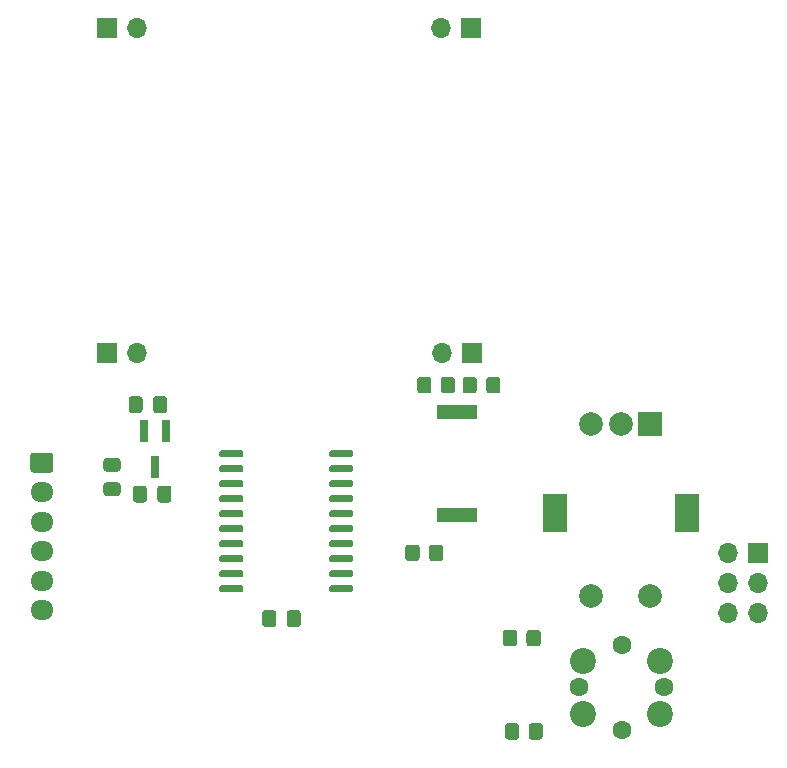
<source format=gbr>
%TF.GenerationSoftware,KiCad,Pcbnew,(5.1.8)-1*%
%TF.CreationDate,2021-01-01T19:26:51+01:00*%
%TF.ProjectId,Panel,50616e65-6c2e-46b6-9963-61645f706362,2*%
%TF.SameCoordinates,Original*%
%TF.FileFunction,Soldermask,Bot*%
%TF.FilePolarity,Negative*%
%FSLAX46Y46*%
G04 Gerber Fmt 4.6, Leading zero omitted, Abs format (unit mm)*
G04 Created by KiCad (PCBNEW (5.1.8)-1) date 2021-01-01 19:26:51*
%MOMM*%
%LPD*%
G01*
G04 APERTURE LIST*
%ADD10C,1.600000*%
%ADD11C,2.200000*%
%ADD12R,0.800000X1.900000*%
%ADD13R,1.700000X1.700000*%
%ADD14O,1.700000X1.700000*%
%ADD15O,1.950000X1.700000*%
%ADD16R,2.000000X2.000000*%
%ADD17C,2.000000*%
%ADD18R,2.000000X3.200000*%
%ADD19R,3.400000X1.300000*%
G04 APERTURE END LIST*
D10*
%TO.C,SW104*%
X118269200Y-114122200D03*
X125469200Y-114122200D03*
X121869200Y-117722200D03*
X121869200Y-110522200D03*
D11*
X125119200Y-111872200D03*
X118619200Y-111872200D03*
X118619200Y-116372200D03*
X125119200Y-116372200D03*
%TD*%
D12*
%TO.C,U101*%
X82346800Y-95429200D03*
X83296800Y-92429200D03*
X81396800Y-92429200D03*
%TD*%
%TO.C,R103*%
G36*
G01*
X109607400Y-88094399D02*
X109607400Y-88994401D01*
G75*
G02*
X109357401Y-89244400I-249999J0D01*
G01*
X108657399Y-89244400D01*
G75*
G02*
X108407400Y-88994401I0J249999D01*
G01*
X108407400Y-88094399D01*
G75*
G02*
X108657399Y-87844400I249999J0D01*
G01*
X109357401Y-87844400D01*
G75*
G02*
X109607400Y-88094399I0J-249999D01*
G01*
G37*
G36*
G01*
X111607400Y-88094399D02*
X111607400Y-88994401D01*
G75*
G02*
X111357401Y-89244400I-249999J0D01*
G01*
X110657399Y-89244400D01*
G75*
G02*
X110407400Y-88994401I0J249999D01*
G01*
X110407400Y-88094399D01*
G75*
G02*
X110657399Y-87844400I249999J0D01*
G01*
X111357401Y-87844400D01*
G75*
G02*
X111607400Y-88094399I0J-249999D01*
G01*
G37*
%TD*%
%TO.C,R102*%
G36*
G01*
X105762600Y-88094399D02*
X105762600Y-88994401D01*
G75*
G02*
X105512601Y-89244400I-249999J0D01*
G01*
X104812599Y-89244400D01*
G75*
G02*
X104562600Y-88994401I0J249999D01*
G01*
X104562600Y-88094399D01*
G75*
G02*
X104812599Y-87844400I249999J0D01*
G01*
X105512601Y-87844400D01*
G75*
G02*
X105762600Y-88094399I0J-249999D01*
G01*
G37*
G36*
G01*
X107762600Y-88094399D02*
X107762600Y-88994401D01*
G75*
G02*
X107512601Y-89244400I-249999J0D01*
G01*
X106812599Y-89244400D01*
G75*
G02*
X106562600Y-88994401I0J249999D01*
G01*
X106562600Y-88094399D01*
G75*
G02*
X106812599Y-87844400I249999J0D01*
G01*
X107512601Y-87844400D01*
G75*
G02*
X107762600Y-88094399I0J-249999D01*
G01*
G37*
%TD*%
D13*
%TO.C,J104*%
X109169200Y-85852000D03*
D14*
X106629200Y-85852000D03*
%TD*%
D13*
%TO.C,J101*%
X78308200Y-85852000D03*
D14*
X80848200Y-85852000D03*
%TD*%
D15*
%TO.C,J102*%
X72771000Y-107597600D03*
X72771000Y-105097600D03*
X72771000Y-102597600D03*
X72771000Y-100097600D03*
X72771000Y-97597600D03*
G36*
G01*
X72046000Y-94247600D02*
X73496000Y-94247600D01*
G75*
G02*
X73746000Y-94497600I0J-250000D01*
G01*
X73746000Y-95697600D01*
G75*
G02*
X73496000Y-95947600I-250000J0D01*
G01*
X72046000Y-95947600D01*
G75*
G02*
X71796000Y-95697600I0J250000D01*
G01*
X71796000Y-94497600D01*
G75*
G02*
X72046000Y-94247600I250000J0D01*
G01*
G37*
%TD*%
%TO.C,C101*%
G36*
G01*
X79189600Y-95866800D02*
X78239600Y-95866800D01*
G75*
G02*
X77989600Y-95616800I0J250000D01*
G01*
X77989600Y-94941800D01*
G75*
G02*
X78239600Y-94691800I250000J0D01*
G01*
X79189600Y-94691800D01*
G75*
G02*
X79439600Y-94941800I0J-250000D01*
G01*
X79439600Y-95616800D01*
G75*
G02*
X79189600Y-95866800I-250000J0D01*
G01*
G37*
G36*
G01*
X79189600Y-97941800D02*
X78239600Y-97941800D01*
G75*
G02*
X77989600Y-97691800I0J250000D01*
G01*
X77989600Y-97016800D01*
G75*
G02*
X78239600Y-96766800I250000J0D01*
G01*
X79189600Y-96766800D01*
G75*
G02*
X79439600Y-97016800I0J-250000D01*
G01*
X79439600Y-97691800D01*
G75*
G02*
X79189600Y-97941800I-250000J0D01*
G01*
G37*
%TD*%
D16*
%TO.C,SW101*%
X124297440Y-91859100D03*
D17*
X121797440Y-91859100D03*
X119297440Y-91859100D03*
D18*
X127397440Y-99359100D03*
X116197440Y-99359100D03*
D17*
X124297440Y-106359100D03*
X119297440Y-106359100D03*
%TD*%
D19*
%TO.C,BZ101*%
X107924600Y-90798400D03*
X107924600Y-99498400D03*
%TD*%
%TO.C,R101*%
G36*
G01*
X105556000Y-103193001D02*
X105556000Y-102292999D01*
G75*
G02*
X105805999Y-102043000I249999J0D01*
G01*
X106506001Y-102043000D01*
G75*
G02*
X106756000Y-102292999I0J-249999D01*
G01*
X106756000Y-103193001D01*
G75*
G02*
X106506001Y-103443000I-249999J0D01*
G01*
X105805999Y-103443000D01*
G75*
G02*
X105556000Y-103193001I0J249999D01*
G01*
G37*
G36*
G01*
X103556000Y-103193001D02*
X103556000Y-102292999D01*
G75*
G02*
X103805999Y-102043000I249999J0D01*
G01*
X104506001Y-102043000D01*
G75*
G02*
X104756000Y-102292999I0J-249999D01*
G01*
X104756000Y-103193001D01*
G75*
G02*
X104506001Y-103443000I-249999J0D01*
G01*
X103805999Y-103443000D01*
G75*
G02*
X103556000Y-103193001I0J249999D01*
G01*
G37*
%TD*%
%TO.C,U102*%
G36*
G01*
X97097000Y-105941000D02*
X97097000Y-105641000D01*
G75*
G02*
X97247000Y-105491000I150000J0D01*
G01*
X98997000Y-105491000D01*
G75*
G02*
X99147000Y-105641000I0J-150000D01*
G01*
X99147000Y-105941000D01*
G75*
G02*
X98997000Y-106091000I-150000J0D01*
G01*
X97247000Y-106091000D01*
G75*
G02*
X97097000Y-105941000I0J150000D01*
G01*
G37*
G36*
G01*
X97097000Y-104671000D02*
X97097000Y-104371000D01*
G75*
G02*
X97247000Y-104221000I150000J0D01*
G01*
X98997000Y-104221000D01*
G75*
G02*
X99147000Y-104371000I0J-150000D01*
G01*
X99147000Y-104671000D01*
G75*
G02*
X98997000Y-104821000I-150000J0D01*
G01*
X97247000Y-104821000D01*
G75*
G02*
X97097000Y-104671000I0J150000D01*
G01*
G37*
G36*
G01*
X97097000Y-103401000D02*
X97097000Y-103101000D01*
G75*
G02*
X97247000Y-102951000I150000J0D01*
G01*
X98997000Y-102951000D01*
G75*
G02*
X99147000Y-103101000I0J-150000D01*
G01*
X99147000Y-103401000D01*
G75*
G02*
X98997000Y-103551000I-150000J0D01*
G01*
X97247000Y-103551000D01*
G75*
G02*
X97097000Y-103401000I0J150000D01*
G01*
G37*
G36*
G01*
X97097000Y-102131000D02*
X97097000Y-101831000D01*
G75*
G02*
X97247000Y-101681000I150000J0D01*
G01*
X98997000Y-101681000D01*
G75*
G02*
X99147000Y-101831000I0J-150000D01*
G01*
X99147000Y-102131000D01*
G75*
G02*
X98997000Y-102281000I-150000J0D01*
G01*
X97247000Y-102281000D01*
G75*
G02*
X97097000Y-102131000I0J150000D01*
G01*
G37*
G36*
G01*
X97097000Y-100861000D02*
X97097000Y-100561000D01*
G75*
G02*
X97247000Y-100411000I150000J0D01*
G01*
X98997000Y-100411000D01*
G75*
G02*
X99147000Y-100561000I0J-150000D01*
G01*
X99147000Y-100861000D01*
G75*
G02*
X98997000Y-101011000I-150000J0D01*
G01*
X97247000Y-101011000D01*
G75*
G02*
X97097000Y-100861000I0J150000D01*
G01*
G37*
G36*
G01*
X97097000Y-99591000D02*
X97097000Y-99291000D01*
G75*
G02*
X97247000Y-99141000I150000J0D01*
G01*
X98997000Y-99141000D01*
G75*
G02*
X99147000Y-99291000I0J-150000D01*
G01*
X99147000Y-99591000D01*
G75*
G02*
X98997000Y-99741000I-150000J0D01*
G01*
X97247000Y-99741000D01*
G75*
G02*
X97097000Y-99591000I0J150000D01*
G01*
G37*
G36*
G01*
X97097000Y-98321000D02*
X97097000Y-98021000D01*
G75*
G02*
X97247000Y-97871000I150000J0D01*
G01*
X98997000Y-97871000D01*
G75*
G02*
X99147000Y-98021000I0J-150000D01*
G01*
X99147000Y-98321000D01*
G75*
G02*
X98997000Y-98471000I-150000J0D01*
G01*
X97247000Y-98471000D01*
G75*
G02*
X97097000Y-98321000I0J150000D01*
G01*
G37*
G36*
G01*
X97097000Y-97051000D02*
X97097000Y-96751000D01*
G75*
G02*
X97247000Y-96601000I150000J0D01*
G01*
X98997000Y-96601000D01*
G75*
G02*
X99147000Y-96751000I0J-150000D01*
G01*
X99147000Y-97051000D01*
G75*
G02*
X98997000Y-97201000I-150000J0D01*
G01*
X97247000Y-97201000D01*
G75*
G02*
X97097000Y-97051000I0J150000D01*
G01*
G37*
G36*
G01*
X97097000Y-95781000D02*
X97097000Y-95481000D01*
G75*
G02*
X97247000Y-95331000I150000J0D01*
G01*
X98997000Y-95331000D01*
G75*
G02*
X99147000Y-95481000I0J-150000D01*
G01*
X99147000Y-95781000D01*
G75*
G02*
X98997000Y-95931000I-150000J0D01*
G01*
X97247000Y-95931000D01*
G75*
G02*
X97097000Y-95781000I0J150000D01*
G01*
G37*
G36*
G01*
X97097000Y-94511000D02*
X97097000Y-94211000D01*
G75*
G02*
X97247000Y-94061000I150000J0D01*
G01*
X98997000Y-94061000D01*
G75*
G02*
X99147000Y-94211000I0J-150000D01*
G01*
X99147000Y-94511000D01*
G75*
G02*
X98997000Y-94661000I-150000J0D01*
G01*
X97247000Y-94661000D01*
G75*
G02*
X97097000Y-94511000I0J150000D01*
G01*
G37*
G36*
G01*
X87797000Y-94511000D02*
X87797000Y-94211000D01*
G75*
G02*
X87947000Y-94061000I150000J0D01*
G01*
X89697000Y-94061000D01*
G75*
G02*
X89847000Y-94211000I0J-150000D01*
G01*
X89847000Y-94511000D01*
G75*
G02*
X89697000Y-94661000I-150000J0D01*
G01*
X87947000Y-94661000D01*
G75*
G02*
X87797000Y-94511000I0J150000D01*
G01*
G37*
G36*
G01*
X87797000Y-95781000D02*
X87797000Y-95481000D01*
G75*
G02*
X87947000Y-95331000I150000J0D01*
G01*
X89697000Y-95331000D01*
G75*
G02*
X89847000Y-95481000I0J-150000D01*
G01*
X89847000Y-95781000D01*
G75*
G02*
X89697000Y-95931000I-150000J0D01*
G01*
X87947000Y-95931000D01*
G75*
G02*
X87797000Y-95781000I0J150000D01*
G01*
G37*
G36*
G01*
X87797000Y-97051000D02*
X87797000Y-96751000D01*
G75*
G02*
X87947000Y-96601000I150000J0D01*
G01*
X89697000Y-96601000D01*
G75*
G02*
X89847000Y-96751000I0J-150000D01*
G01*
X89847000Y-97051000D01*
G75*
G02*
X89697000Y-97201000I-150000J0D01*
G01*
X87947000Y-97201000D01*
G75*
G02*
X87797000Y-97051000I0J150000D01*
G01*
G37*
G36*
G01*
X87797000Y-98321000D02*
X87797000Y-98021000D01*
G75*
G02*
X87947000Y-97871000I150000J0D01*
G01*
X89697000Y-97871000D01*
G75*
G02*
X89847000Y-98021000I0J-150000D01*
G01*
X89847000Y-98321000D01*
G75*
G02*
X89697000Y-98471000I-150000J0D01*
G01*
X87947000Y-98471000D01*
G75*
G02*
X87797000Y-98321000I0J150000D01*
G01*
G37*
G36*
G01*
X87797000Y-99591000D02*
X87797000Y-99291000D01*
G75*
G02*
X87947000Y-99141000I150000J0D01*
G01*
X89697000Y-99141000D01*
G75*
G02*
X89847000Y-99291000I0J-150000D01*
G01*
X89847000Y-99591000D01*
G75*
G02*
X89697000Y-99741000I-150000J0D01*
G01*
X87947000Y-99741000D01*
G75*
G02*
X87797000Y-99591000I0J150000D01*
G01*
G37*
G36*
G01*
X87797000Y-100861000D02*
X87797000Y-100561000D01*
G75*
G02*
X87947000Y-100411000I150000J0D01*
G01*
X89697000Y-100411000D01*
G75*
G02*
X89847000Y-100561000I0J-150000D01*
G01*
X89847000Y-100861000D01*
G75*
G02*
X89697000Y-101011000I-150000J0D01*
G01*
X87947000Y-101011000D01*
G75*
G02*
X87797000Y-100861000I0J150000D01*
G01*
G37*
G36*
G01*
X87797000Y-102131000D02*
X87797000Y-101831000D01*
G75*
G02*
X87947000Y-101681000I150000J0D01*
G01*
X89697000Y-101681000D01*
G75*
G02*
X89847000Y-101831000I0J-150000D01*
G01*
X89847000Y-102131000D01*
G75*
G02*
X89697000Y-102281000I-150000J0D01*
G01*
X87947000Y-102281000D01*
G75*
G02*
X87797000Y-102131000I0J150000D01*
G01*
G37*
G36*
G01*
X87797000Y-103401000D02*
X87797000Y-103101000D01*
G75*
G02*
X87947000Y-102951000I150000J0D01*
G01*
X89697000Y-102951000D01*
G75*
G02*
X89847000Y-103101000I0J-150000D01*
G01*
X89847000Y-103401000D01*
G75*
G02*
X89697000Y-103551000I-150000J0D01*
G01*
X87947000Y-103551000D01*
G75*
G02*
X87797000Y-103401000I0J150000D01*
G01*
G37*
G36*
G01*
X87797000Y-104671000D02*
X87797000Y-104371000D01*
G75*
G02*
X87947000Y-104221000I150000J0D01*
G01*
X89697000Y-104221000D01*
G75*
G02*
X89847000Y-104371000I0J-150000D01*
G01*
X89847000Y-104671000D01*
G75*
G02*
X89697000Y-104821000I-150000J0D01*
G01*
X87947000Y-104821000D01*
G75*
G02*
X87797000Y-104671000I0J150000D01*
G01*
G37*
G36*
G01*
X87797000Y-105941000D02*
X87797000Y-105641000D01*
G75*
G02*
X87947000Y-105491000I150000J0D01*
G01*
X89697000Y-105491000D01*
G75*
G02*
X89847000Y-105641000I0J-150000D01*
G01*
X89847000Y-105941000D01*
G75*
G02*
X89697000Y-106091000I-150000J0D01*
G01*
X87947000Y-106091000D01*
G75*
G02*
X87797000Y-105941000I0J150000D01*
G01*
G37*
%TD*%
%TO.C,C104*%
G36*
G01*
X92615600Y-107830600D02*
X92615600Y-108780600D01*
G75*
G02*
X92365600Y-109030600I-250000J0D01*
G01*
X91690600Y-109030600D01*
G75*
G02*
X91440600Y-108780600I0J250000D01*
G01*
X91440600Y-107830600D01*
G75*
G02*
X91690600Y-107580600I250000J0D01*
G01*
X92365600Y-107580600D01*
G75*
G02*
X92615600Y-107830600I0J-250000D01*
G01*
G37*
G36*
G01*
X94690600Y-107830600D02*
X94690600Y-108780600D01*
G75*
G02*
X94440600Y-109030600I-250000J0D01*
G01*
X93765600Y-109030600D01*
G75*
G02*
X93515600Y-108780600I0J250000D01*
G01*
X93515600Y-107830600D01*
G75*
G02*
X93765600Y-107580600I250000J0D01*
G01*
X94440600Y-107580600D01*
G75*
G02*
X94690600Y-107830600I0J-250000D01*
G01*
G37*
%TD*%
%TO.C,C103*%
G36*
G01*
X81299900Y-89720400D02*
X81299900Y-90670400D01*
G75*
G02*
X81049900Y-90920400I-250000J0D01*
G01*
X80374900Y-90920400D01*
G75*
G02*
X80124900Y-90670400I0J250000D01*
G01*
X80124900Y-89720400D01*
G75*
G02*
X80374900Y-89470400I250000J0D01*
G01*
X81049900Y-89470400D01*
G75*
G02*
X81299900Y-89720400I0J-250000D01*
G01*
G37*
G36*
G01*
X83374900Y-89720400D02*
X83374900Y-90670400D01*
G75*
G02*
X83124900Y-90920400I-250000J0D01*
G01*
X82449900Y-90920400D01*
G75*
G02*
X82199900Y-90670400I0J250000D01*
G01*
X82199900Y-89720400D01*
G75*
G02*
X82449900Y-89470400I250000J0D01*
G01*
X83124900Y-89470400D01*
G75*
G02*
X83374900Y-89720400I0J-250000D01*
G01*
G37*
%TD*%
%TO.C,C102*%
G36*
G01*
X82568200Y-98239600D02*
X82568200Y-97289600D01*
G75*
G02*
X82818200Y-97039600I250000J0D01*
G01*
X83493200Y-97039600D01*
G75*
G02*
X83743200Y-97289600I0J-250000D01*
G01*
X83743200Y-98239600D01*
G75*
G02*
X83493200Y-98489600I-250000J0D01*
G01*
X82818200Y-98489600D01*
G75*
G02*
X82568200Y-98239600I0J250000D01*
G01*
G37*
G36*
G01*
X80493200Y-98239600D02*
X80493200Y-97289600D01*
G75*
G02*
X80743200Y-97039600I250000J0D01*
G01*
X81418200Y-97039600D01*
G75*
G02*
X81668200Y-97289600I0J-250000D01*
G01*
X81668200Y-98239600D01*
G75*
G02*
X81418200Y-98489600I-250000J0D01*
G01*
X80743200Y-98489600D01*
G75*
G02*
X80493200Y-98239600I0J250000D01*
G01*
G37*
%TD*%
%TO.C,R104*%
G36*
G01*
X113811000Y-110406601D02*
X113811000Y-109506599D01*
G75*
G02*
X114060999Y-109256600I249999J0D01*
G01*
X114761001Y-109256600D01*
G75*
G02*
X115011000Y-109506599I0J-249999D01*
G01*
X115011000Y-110406601D01*
G75*
G02*
X114761001Y-110656600I-249999J0D01*
G01*
X114060999Y-110656600D01*
G75*
G02*
X113811000Y-110406601I0J249999D01*
G01*
G37*
G36*
G01*
X111811000Y-110406601D02*
X111811000Y-109506599D01*
G75*
G02*
X112060999Y-109256600I249999J0D01*
G01*
X112761001Y-109256600D01*
G75*
G02*
X113011000Y-109506599I0J-249999D01*
G01*
X113011000Y-110406601D01*
G75*
G02*
X112761001Y-110656600I-249999J0D01*
G01*
X112060999Y-110656600D01*
G75*
G02*
X111811000Y-110406601I0J249999D01*
G01*
G37*
%TD*%
D14*
%TO.C,J103*%
X130873500Y-107823000D03*
X133413500Y-107823000D03*
X130873500Y-105283000D03*
X133413500Y-105283000D03*
X130873500Y-102743000D03*
D13*
X133413500Y-102743000D03*
%TD*%
%TO.C,R105*%
G36*
G01*
X113988800Y-118306001D02*
X113988800Y-117405999D01*
G75*
G02*
X114238799Y-117156000I249999J0D01*
G01*
X114938801Y-117156000D01*
G75*
G02*
X115188800Y-117405999I0J-249999D01*
G01*
X115188800Y-118306001D01*
G75*
G02*
X114938801Y-118556000I-249999J0D01*
G01*
X114238799Y-118556000D01*
G75*
G02*
X113988800Y-118306001I0J249999D01*
G01*
G37*
G36*
G01*
X111988800Y-118306001D02*
X111988800Y-117405999D01*
G75*
G02*
X112238799Y-117156000I249999J0D01*
G01*
X112938801Y-117156000D01*
G75*
G02*
X113188800Y-117405999I0J-249999D01*
G01*
X113188800Y-118306001D01*
G75*
G02*
X112938801Y-118556000I-249999J0D01*
G01*
X112238799Y-118556000D01*
G75*
G02*
X111988800Y-118306001I0J249999D01*
G01*
G37*
%TD*%
D14*
%TO.C,J201*%
X106578400Y-58331100D03*
D13*
X109118400Y-58331100D03*
%TD*%
D14*
%TO.C,J202*%
X80797400Y-58331100D03*
D13*
X78257400Y-58331100D03*
%TD*%
M02*

</source>
